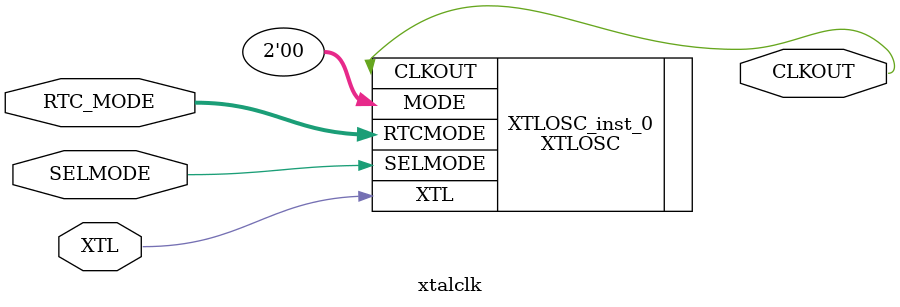
<source format=v>
module xtalclk(
    XTL,
    CLKOUT,
    SELMODE,
    RTC_MODE
  );
  input  XTL;
  output CLKOUT;
  input  SELMODE;
  input  [1:0] RTC_MODE;

  XTLOSC XTLOSC_inst_0(
    .XTL(XTL), .CLKOUT(CLKOUT), .SELMODE(SELMODE), 
    .MODE({1'b0, 1'b0}), .RTCMODE(RTC_MODE)
  );
    
endmodule

</source>
